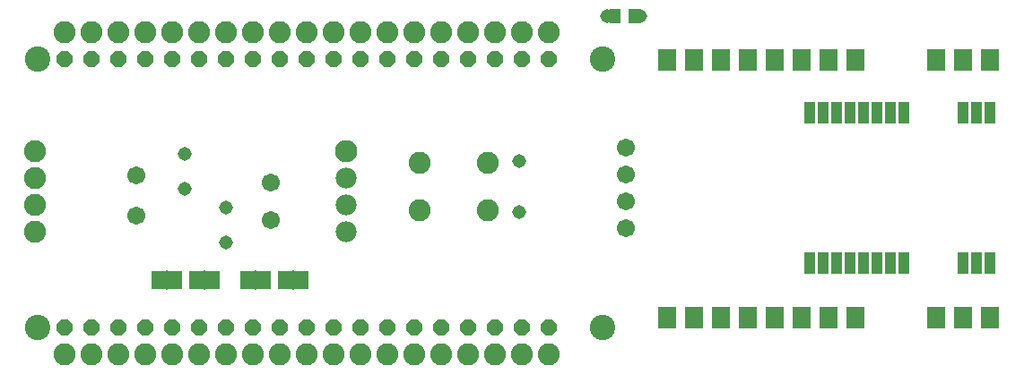
<source format=gbr>
G04 EAGLE Gerber RS-274X export*
G75*
%MOMM*%
%FSLAX34Y34*%
%LPD*%
%INSoldermask Top*%
%IPPOS*%
%AMOC8*
5,1,8,0,0,1.08239X$1,22.5*%
G01*
%ADD10C,2.403200*%
%ADD11P,1.635708X8X292.500000*%
%ADD12C,1.981200*%
%ADD13C,2.103200*%
%ADD14C,2.082800*%
%ADD15C,1.711200*%
%ADD16R,1.703200X2.003200*%
%ADD17R,0.983200X2.003200*%
%ADD18R,1.003200X1.403200*%
%ADD19R,1.371600X1.803400*%
%ADD20R,0.152400X1.828800*%
%ADD21C,1.703200*%
%ADD22C,1.309600*%


D10*
X24130Y312420D03*
X24130Y58420D03*
X557530Y58420D03*
X557530Y312420D03*
D11*
X49530Y312420D03*
X74930Y312420D03*
X100330Y312420D03*
X125730Y312420D03*
X151130Y312420D03*
X176530Y312420D03*
X201930Y312420D03*
X227330Y312420D03*
X252730Y312420D03*
X278130Y312420D03*
X303530Y312420D03*
X328930Y312420D03*
X354330Y312420D03*
X379730Y312420D03*
X405130Y312420D03*
X430530Y312420D03*
X455930Y312420D03*
X481330Y312420D03*
X506730Y312420D03*
X506730Y58420D03*
X481330Y58420D03*
X455930Y58420D03*
X430530Y58420D03*
X405130Y58420D03*
X379730Y58420D03*
X354330Y58420D03*
X328930Y58420D03*
X303530Y58420D03*
X278130Y58420D03*
X252730Y58420D03*
X227330Y58420D03*
X201930Y58420D03*
X176530Y58420D03*
X151130Y58420D03*
X125730Y58420D03*
X100330Y58420D03*
X74930Y58420D03*
X49530Y58420D03*
D12*
X314960Y148590D03*
X314960Y173990D03*
X314960Y199390D03*
D13*
X314960Y224790D03*
D14*
X449072Y214376D03*
X384048Y214376D03*
X449072Y169164D03*
X384048Y169164D03*
D15*
X579120Y228600D03*
X579120Y203200D03*
X579120Y177800D03*
X579120Y152400D03*
D16*
X923290Y311150D03*
X897890Y311150D03*
X872490Y311150D03*
X796290Y311150D03*
X770890Y311150D03*
X745490Y311150D03*
X720090Y311150D03*
X694690Y311150D03*
X669290Y311150D03*
X643890Y311150D03*
X618490Y311150D03*
X618490Y67310D03*
X643890Y67310D03*
X669290Y67310D03*
X694690Y67310D03*
X720090Y67310D03*
X745490Y67310D03*
X770890Y67310D03*
X796290Y67310D03*
X872490Y67310D03*
X897890Y67310D03*
X923290Y67310D03*
D17*
X923290Y261620D03*
X910590Y261620D03*
X897890Y261620D03*
X842010Y261620D03*
X829310Y261620D03*
X816610Y261620D03*
X803910Y261620D03*
X791210Y261620D03*
X778510Y261620D03*
X765810Y261620D03*
X753110Y261620D03*
X753110Y119380D03*
X765810Y119380D03*
X778510Y119380D03*
X791210Y119380D03*
X803910Y119380D03*
X816610Y119380D03*
X829310Y119380D03*
X842010Y119380D03*
X897890Y119380D03*
X910590Y119380D03*
X923290Y119380D03*
D18*
X586850Y353060D03*
X568850Y353060D03*
D19*
X138430Y102870D03*
X153670Y102870D03*
D20*
X146050Y102870D03*
D19*
X222250Y102870D03*
X237490Y102870D03*
D20*
X229870Y102870D03*
D19*
X257810Y102870D03*
X273050Y102870D03*
D20*
X265430Y102870D03*
D19*
X173990Y102870D03*
X189230Y102870D03*
D20*
X181610Y102870D03*
D14*
X49530Y337820D03*
X74930Y337820D03*
X100330Y337820D03*
X125730Y337820D03*
X151130Y337820D03*
X176530Y337820D03*
X201930Y337820D03*
X227330Y337820D03*
X252730Y337820D03*
X278130Y337820D03*
X303530Y337820D03*
X328930Y337820D03*
X354330Y337820D03*
X379730Y337820D03*
X405130Y337820D03*
X430530Y337820D03*
X455930Y337820D03*
X481330Y337820D03*
X506730Y337820D03*
X49530Y33020D03*
X74930Y33020D03*
X100330Y33020D03*
X125730Y33020D03*
X151130Y33020D03*
X176530Y33020D03*
X201930Y33020D03*
X227330Y33020D03*
X252730Y33020D03*
X278130Y33020D03*
X303530Y33020D03*
X328930Y33020D03*
X354330Y33020D03*
X379730Y33020D03*
X405130Y33020D03*
X430530Y33020D03*
X455930Y33020D03*
X481330Y33020D03*
X506730Y33020D03*
X21590Y224790D03*
X21590Y199390D03*
X21590Y173990D03*
X21590Y148590D03*
D21*
X243840Y195580D03*
X116840Y163830D03*
D22*
X162560Y189230D03*
X201930Y171450D03*
X561340Y353060D03*
X478790Y167640D03*
X201930Y138430D03*
D21*
X243840Y160020D03*
X116840Y201930D03*
D22*
X162560Y222250D03*
X593090Y353060D03*
X478790Y215900D03*
M02*

</source>
